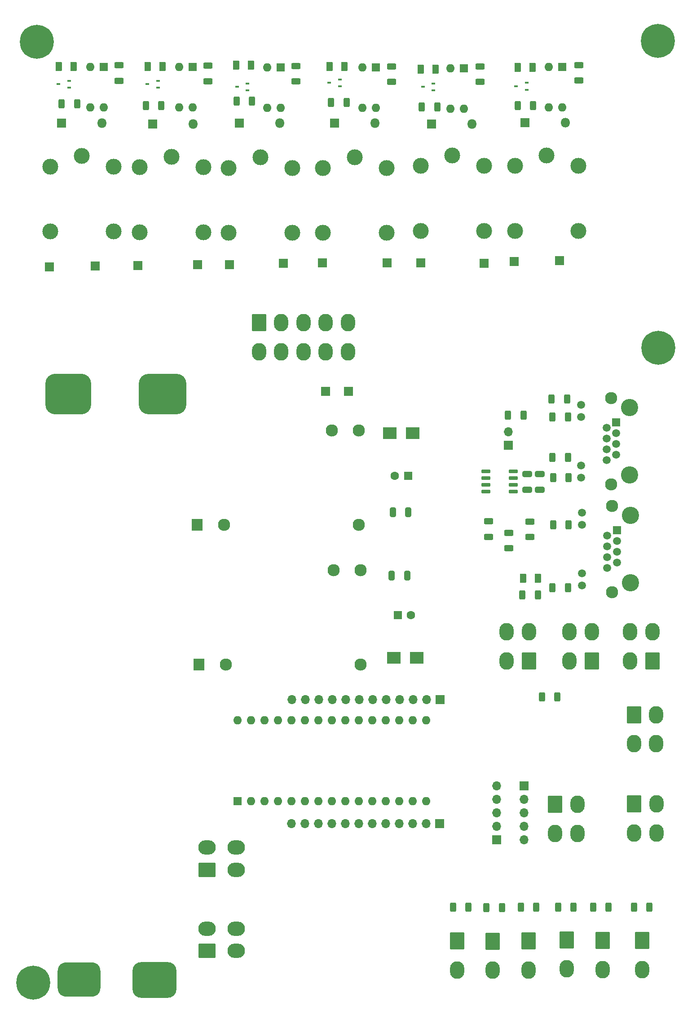
<source format=gts>
%TF.GenerationSoftware,KiCad,Pcbnew,6.0.5-a6ca702e91~116~ubuntu20.04.1*%
%TF.CreationDate,2022-07-08T00:26:13+03:00*%
%TF.ProjectId,kolos_system_2022,6b6f6c6f-735f-4737-9973-74656d5f3230,rev?*%
%TF.SameCoordinates,Original*%
%TF.FileFunction,Soldermask,Top*%
%TF.FilePolarity,Negative*%
%FSLAX46Y46*%
G04 Gerber Fmt 4.6, Leading zero omitted, Abs format (unit mm)*
G04 Created by KiCad (PCBNEW 6.0.5-a6ca702e91~116~ubuntu20.04.1) date 2022-07-08 00:26:13*
%MOMM*%
%LPD*%
G01*
G04 APERTURE LIST*
G04 Aperture macros list*
%AMRoundRect*
0 Rectangle with rounded corners*
0 $1 Rounding radius*
0 $2 $3 $4 $5 $6 $7 $8 $9 X,Y pos of 4 corners*
0 Add a 4 corners polygon primitive as box body*
4,1,4,$2,$3,$4,$5,$6,$7,$8,$9,$2,$3,0*
0 Add four circle primitives for the rounded corners*
1,1,$1+$1,$2,$3*
1,1,$1+$1,$4,$5*
1,1,$1+$1,$6,$7*
1,1,$1+$1,$8,$9*
0 Add four rect primitives between the rounded corners*
20,1,$1+$1,$2,$3,$4,$5,0*
20,1,$1+$1,$4,$5,$6,$7,0*
20,1,$1+$1,$6,$7,$8,$9,0*
20,1,$1+$1,$8,$9,$2,$3,0*%
G04 Aperture macros list end*
%ADD10R,1.700000X1.700000*%
%ADD11O,1.700000X1.700000*%
%ADD12C,3.250000*%
%ADD13R,1.500000X1.500000*%
%ADD14C,1.500000*%
%ADD15C,2.300000*%
%ADD16RoundRect,0.250001X-1.099999X-1.399999X1.099999X-1.399999X1.099999X1.399999X-1.099999X1.399999X0*%
%ADD17O,2.700000X3.300000*%
%ADD18RoundRect,0.250000X0.625000X-0.312500X0.625000X0.312500X-0.625000X0.312500X-0.625000X-0.312500X0*%
%ADD19R,2.500000X2.300000*%
%ADD20R,0.700000X0.450000*%
%ADD21RoundRect,0.250000X-0.375000X-0.625000X0.375000X-0.625000X0.375000X0.625000X-0.375000X0.625000X0*%
%ADD22R,2.000000X2.300000*%
%ADD23RoundRect,0.250000X0.312500X0.625000X-0.312500X0.625000X-0.312500X-0.625000X0.312500X-0.625000X0*%
%ADD24RoundRect,0.250000X0.650000X-0.325000X0.650000X0.325000X-0.650000X0.325000X-0.650000X-0.325000X0*%
%ADD25RoundRect,0.150000X-0.725000X-0.150000X0.725000X-0.150000X0.725000X0.150000X-0.725000X0.150000X0*%
%ADD26R,1.600000X1.600000*%
%ADD27O,1.600000X1.600000*%
%ADD28RoundRect,0.250000X-0.325000X-0.650000X0.325000X-0.650000X0.325000X0.650000X-0.325000X0.650000X0*%
%ADD29RoundRect,0.250001X1.099999X1.399999X-1.099999X1.399999X-1.099999X-1.399999X1.099999X-1.399999X0*%
%ADD30C,6.400000*%
%ADD31RoundRect,0.250000X-0.312500X-0.625000X0.312500X-0.625000X0.312500X0.625000X-0.312500X0.625000X0*%
%ADD32RoundRect,0.250001X1.399999X-1.099999X1.399999X1.099999X-1.399999X1.099999X-1.399999X-1.099999X0*%
%ADD33O,3.300000X2.700000*%
%ADD34R,1.800000X1.800000*%
%ADD35O,1.800000X1.800000*%
%ADD36C,3.000000*%
%ADD37RoundRect,1.619250X2.413000X1.619250X-2.413000X1.619250X-2.413000X-1.619250X2.413000X-1.619250X0*%
%ADD38RoundRect,1.912938X2.420937X1.912937X-2.420937X1.912937X-2.420937X-1.912937X2.420937X-1.912937X0*%
%ADD39RoundRect,1.682750X2.476500X1.682750X-2.476500X1.682750X-2.476500X-1.682750X2.476500X-1.682750X0*%
%ADD40RoundRect,1.905000X2.603500X1.905000X-2.603500X1.905000X-2.603500X-1.905000X2.603500X-1.905000X0*%
%ADD41C,1.600000*%
%ADD42RoundRect,0.250000X-0.625000X0.312500X-0.625000X-0.312500X0.625000X-0.312500X0.625000X0.312500X0*%
G04 APERTURE END LIST*
D10*
%TO.C,Jgnd1*%
X128499000Y-191613000D03*
D11*
X128499000Y-189073000D03*
X128499000Y-186533000D03*
X128499000Y-183993000D03*
X128499000Y-181453000D03*
%TD*%
D12*
%TO.C,J19*%
X153672000Y-143260000D03*
X153672000Y-130560000D03*
D13*
X151132000Y-133350000D03*
D14*
X149352000Y-134366000D03*
X151132000Y-135382000D03*
X149352000Y-136398000D03*
X151132000Y-137414000D03*
X149352000Y-138430000D03*
X151132000Y-139446000D03*
X149352000Y-140462000D03*
X144532000Y-130050000D03*
X144532000Y-132340000D03*
X144532000Y-141480000D03*
X144532000Y-143770000D03*
D15*
X150242000Y-128780000D03*
X150242000Y-145040000D03*
%TD*%
D12*
%TO.C,J18*%
X153543000Y-122940000D03*
X153543000Y-110240000D03*
D13*
X151003000Y-113030000D03*
D14*
X149223000Y-114046000D03*
X151003000Y-115062000D03*
X149223000Y-116078000D03*
X151003000Y-117094000D03*
X149223000Y-118110000D03*
X151003000Y-119126000D03*
X149223000Y-120142000D03*
X144403000Y-109730000D03*
X144403000Y-112020000D03*
X144403000Y-121160000D03*
X144403000Y-123450000D03*
D15*
X150113000Y-108460000D03*
X150113000Y-124720000D03*
%TD*%
D10*
%TO.C,J5v1*%
X133629000Y-181513000D03*
D11*
X133629000Y-184053000D03*
X133629000Y-186593000D03*
X133629000Y-189133000D03*
X133629000Y-191673000D03*
%TD*%
D10*
%TO.C,J2*%
X100584000Y-107188000D03*
%TD*%
%TO.C,J1*%
X96266000Y-107188000D03*
%TD*%
D16*
%TO.C,I2C-3*%
X154364000Y-168073000D03*
D17*
X158564000Y-168073000D03*
X154364000Y-173573000D03*
X158564000Y-173573000D03*
%TD*%
D18*
%TO.C,RR1*%
X144018000Y-48579500D03*
X144018000Y-45654500D03*
%TD*%
D10*
%TO.C,SW1*%
X130683000Y-117348000D03*
D11*
X130683000Y-114808000D03*
%TD*%
D19*
%TO.C,D1*%
X112649000Y-115062000D03*
X108349000Y-115062000D03*
%TD*%
D10*
%TO.C,rel2-NC1*%
X126111000Y-83058000D03*
%TD*%
%TO.C,rel3-NC1*%
X107823000Y-82931000D03*
%TD*%
D20*
%TO.C,Q6*%
X47863000Y-49926000D03*
X47863000Y-48626000D03*
X45863000Y-49276000D03*
%TD*%
D21*
%TO.C,DRR1*%
X132455000Y-46101000D03*
X135255000Y-46101000D03*
%TD*%
D22*
%TO.C,PS2*%
X72390000Y-158607500D03*
D15*
X77470000Y-158607500D03*
X97790000Y-140827500D03*
X102870000Y-140827500D03*
X102870000Y-158607500D03*
%TD*%
D23*
%TO.C,R16*%
X136271000Y-145542000D03*
X133346000Y-145542000D03*
%TD*%
D21*
%TO.C,D7*%
X133477000Y-142367000D03*
X136277000Y-142367000D03*
%TD*%
D10*
%TO.C,Ja2*%
X117856000Y-165227000D03*
D11*
X115316000Y-165227000D03*
X112776000Y-165227000D03*
X110236000Y-165227000D03*
X107696000Y-165227000D03*
X105156000Y-165227000D03*
X102616000Y-165227000D03*
X100076000Y-165227000D03*
X97536000Y-165227000D03*
X94996000Y-165227000D03*
X92456000Y-165227000D03*
X89916000Y-165227000D03*
%TD*%
D18*
%TO.C,RR5*%
X74041000Y-48706500D03*
X74041000Y-45781500D03*
%TD*%
D21*
%TO.C,DRR5*%
X62732000Y-45974000D03*
X65532000Y-45974000D03*
%TD*%
D24*
%TO.C,C5*%
X136652000Y-125681000D03*
X136652000Y-122731000D03*
%TD*%
D25*
%TO.C,UMAX1*%
X126457000Y-122223000D03*
X126457000Y-123493000D03*
X126457000Y-124763000D03*
X126457000Y-126033000D03*
X131607000Y-126033000D03*
X131607000Y-124763000D03*
X131607000Y-123493000D03*
X131607000Y-122223000D03*
%TD*%
D26*
%TO.C,U1*%
X140848000Y-45984000D03*
D27*
X138308000Y-45984000D03*
X138308000Y-53604000D03*
X140848000Y-53604000D03*
%TD*%
D28*
%TO.C,C3*%
X108683000Y-141859000D03*
X111633000Y-141859000D03*
%TD*%
D20*
%TO.C,Q2*%
X116570000Y-50434000D03*
X116570000Y-49134000D03*
X114570000Y-49784000D03*
%TD*%
D16*
%TO.C,AIN_6*%
X155913000Y-210582000D03*
D17*
X155913000Y-216082000D03*
%TD*%
D29*
%TO.C,1WIRE2*%
X146440000Y-157988000D03*
D17*
X142240000Y-157988000D03*
X146440000Y-152488000D03*
X142240000Y-152488000D03*
%TD*%
D21*
%TO.C,DRR3*%
X97022000Y-45974000D03*
X99822000Y-45974000D03*
%TD*%
D30*
%TO.C,H4*%
X158877000Y-41148000D03*
%TD*%
D16*
%TO.C,AIN_3*%
X134493000Y-210709000D03*
D17*
X134493000Y-216209000D03*
%TD*%
D10*
%TO.C,rel1-NC1*%
X140335000Y-82550000D03*
%TD*%
D31*
%TO.C,RAIN3*%
X133030500Y-204359000D03*
X135955500Y-204359000D03*
%TD*%
D10*
%TO.C,rel6-NC1*%
X52832000Y-83566000D03*
%TD*%
D26*
%TO.C,A1*%
X79629000Y-184394000D03*
D27*
X82169000Y-184394000D03*
X84709000Y-184394000D03*
X87249000Y-184394000D03*
X89789000Y-184394000D03*
X92329000Y-184394000D03*
X94869000Y-184394000D03*
X97409000Y-184394000D03*
X99949000Y-184394000D03*
X102489000Y-184394000D03*
X105029000Y-184394000D03*
X107569000Y-184394000D03*
X110109000Y-184394000D03*
X112649000Y-184394000D03*
X115189000Y-184394000D03*
X115189000Y-169154000D03*
X112649000Y-169154000D03*
X110109000Y-169154000D03*
X107569000Y-169154000D03*
X105029000Y-169154000D03*
X102489000Y-169154000D03*
X99949000Y-169154000D03*
X97409000Y-169154000D03*
X94869000Y-169154000D03*
X92329000Y-169154000D03*
X89789000Y-169154000D03*
X87249000Y-169154000D03*
X84709000Y-169154000D03*
X82169000Y-169154000D03*
X79629000Y-169154000D03*
%TD*%
D16*
%TO.C,AIN_1*%
X121031000Y-210709000D03*
D17*
X121031000Y-216209000D03*
%TD*%
D31*
%TO.C,R5*%
X139126500Y-132334000D03*
X142051500Y-132334000D03*
%TD*%
D20*
%TO.C,Q3*%
X98917000Y-49672000D03*
X98917000Y-48372000D03*
X96917000Y-49022000D03*
%TD*%
D23*
%TO.C,R18*%
X141736000Y-108585000D03*
X138811000Y-108585000D03*
%TD*%
D32*
%TO.C,DHT_2*%
X73914000Y-212598000D03*
D33*
X73914000Y-208398000D03*
X79414000Y-212598000D03*
X79414000Y-208398000D03*
%TD*%
D21*
%TO.C,DRR2*%
X114167000Y-46482000D03*
X116967000Y-46482000D03*
%TD*%
D26*
%TO.C,U6*%
X54361000Y-45984000D03*
D27*
X51821000Y-45984000D03*
X51821000Y-53604000D03*
X54361000Y-53604000D03*
%TD*%
D29*
%TO.C,1WIRE1*%
X134570000Y-157988000D03*
D17*
X130370000Y-157988000D03*
X134570000Y-152488000D03*
X130370000Y-152488000D03*
%TD*%
D10*
%TO.C,rel4-NC1*%
X88265000Y-83058000D03*
%TD*%
D31*
%TO.C,R4*%
X139126500Y-123444000D03*
X142051500Y-123444000D03*
%TD*%
D10*
%TO.C,rel2-NO1*%
X114173000Y-82931000D03*
%TD*%
D16*
%TO.C,J29*%
X83666000Y-94195000D03*
D17*
X87866000Y-94195000D03*
X92066000Y-94195000D03*
X96266000Y-94195000D03*
X100466000Y-94195000D03*
X83666000Y-99695000D03*
X87866000Y-99695000D03*
X92066000Y-99695000D03*
X96266000Y-99695000D03*
X100466000Y-99695000D03*
%TD*%
D31*
%TO.C,R17*%
X130617500Y-111633000D03*
X133542500Y-111633000D03*
%TD*%
%TO.C,R3*%
X138999500Y-112014000D03*
X141924500Y-112014000D03*
%TD*%
D16*
%TO.C,AIN_5*%
X148463000Y-210582000D03*
D17*
X148463000Y-216082000D03*
%TD*%
D18*
%TO.C,RR3*%
X108712000Y-48833500D03*
X108712000Y-45908500D03*
%TD*%
D21*
%TO.C,DRR4*%
X79372000Y-45720000D03*
X82172000Y-45720000D03*
%TD*%
D34*
%TO.C,DR1*%
X133858000Y-56515000D03*
D35*
X141478000Y-56515000D03*
%TD*%
D10*
%TO.C,rel5-NC1*%
X60833000Y-83439000D03*
%TD*%
D30*
%TO.C,H1*%
X159004000Y-98933000D03*
%TD*%
D36*
%TO.C,K2*%
X114142000Y-64689000D03*
X120142000Y-62689000D03*
X114142000Y-76889000D03*
X126142000Y-76889000D03*
X126142000Y-64689000D03*
%TD*%
D37*
%TO.C,FL1*%
X49784000Y-218005438D03*
D38*
X47752000Y-107642438D03*
D39*
X64008000Y-218068938D03*
D40*
X65532000Y-107642438D03*
%TD*%
D34*
%TO.C,DR6*%
X46482000Y-56642000D03*
D35*
X54102000Y-56642000D03*
%TD*%
D18*
%TO.C,R7*%
X127000000Y-134558500D03*
X127000000Y-131633500D03*
%TD*%
D26*
%TO.C,U5*%
X71125000Y-45984000D03*
D27*
X68585000Y-45984000D03*
X68585000Y-53604000D03*
X71125000Y-53604000D03*
%TD*%
D22*
%TO.C,PS1*%
X72009000Y-132318500D03*
D15*
X77089000Y-132318500D03*
X97409000Y-114538500D03*
X102489000Y-114538500D03*
X102489000Y-132318500D03*
%TD*%
D28*
%TO.C,C1*%
X108888000Y-129921000D03*
X111838000Y-129921000D03*
%TD*%
D29*
%TO.C,1WIRE3*%
X157870000Y-157988000D03*
D17*
X153670000Y-157988000D03*
X157870000Y-152488000D03*
X153670000Y-152488000D03*
%TD*%
D23*
%TO.C,RRR4*%
X82361500Y-52451000D03*
X79436500Y-52451000D03*
%TD*%
D36*
%TO.C,K4*%
X77947000Y-65070000D03*
X83947000Y-63070000D03*
X77947000Y-77270000D03*
X89947000Y-77270000D03*
X89947000Y-65070000D03*
%TD*%
D26*
%TO.C,C4*%
X109845349Y-149352000D03*
D41*
X112345349Y-149352000D03*
%TD*%
D31*
%TO.C,RAIN2*%
X126553500Y-204395000D03*
X129478500Y-204395000D03*
%TD*%
%TO.C,RAIN1*%
X120265000Y-204343000D03*
X123190000Y-204343000D03*
%TD*%
D23*
%TO.C,RRR6*%
X49403000Y-52959000D03*
X46478000Y-52959000D03*
%TD*%
D26*
%TO.C,U4*%
X87762000Y-46111000D03*
D27*
X85222000Y-46111000D03*
X85222000Y-53731000D03*
X87762000Y-53731000D03*
%TD*%
D16*
%TO.C,AIN_4*%
X141732000Y-210491000D03*
D17*
X141732000Y-215991000D03*
%TD*%
D36*
%TO.C,K1*%
X131922000Y-64689000D03*
X137922000Y-62689000D03*
X131922000Y-76889000D03*
X143922000Y-76889000D03*
X143922000Y-64689000D03*
%TD*%
D10*
%TO.C,rel6-NO1*%
X44196000Y-83693000D03*
%TD*%
D34*
%TO.C,DR4*%
X80010000Y-56642000D03*
D35*
X87630000Y-56642000D03*
%TD*%
D18*
%TO.C,R11*%
X134747000Y-134624000D03*
X134747000Y-131699000D03*
%TD*%
D20*
%TO.C,Q5*%
X64627000Y-49926000D03*
X64627000Y-48626000D03*
X62627000Y-49276000D03*
%TD*%
D31*
%TO.C,R1WIRE1*%
X137029000Y-164719000D03*
X139954000Y-164719000D03*
%TD*%
D10*
%TO.C,rel1-NO1*%
X131826000Y-82677000D03*
%TD*%
D23*
%TO.C,RRR1*%
X135382000Y-53340000D03*
X132457000Y-53340000D03*
%TD*%
%TO.C,R19*%
X141924500Y-119634000D03*
X138999500Y-119634000D03*
%TD*%
D16*
%TO.C,AIN_2*%
X127762000Y-210745000D03*
D17*
X127762000Y-216245000D03*
%TD*%
D23*
%TO.C,RRR3*%
X100203000Y-52705000D03*
X97278000Y-52705000D03*
%TD*%
D19*
%TO.C,D2*%
X109102000Y-157353000D03*
X113402000Y-157353000D03*
%TD*%
D31*
%TO.C,RAIN5*%
X146681000Y-204343000D03*
X149606000Y-204343000D03*
%TD*%
D16*
%TO.C,I2C-2*%
X154423000Y-184912000D03*
D17*
X158623000Y-184912000D03*
X154423000Y-190412000D03*
X158623000Y-190412000D03*
%TD*%
D42*
%TO.C,R12*%
X130810000Y-133792500D03*
X130810000Y-136717500D03*
%TD*%
D30*
%TO.C,H3*%
X41148000Y-218567000D03*
%TD*%
D34*
%TO.C,DR3*%
X97917000Y-56642000D03*
D35*
X105537000Y-56642000D03*
%TD*%
D10*
%TO.C,Ja1*%
X117729000Y-188595000D03*
D11*
X115189000Y-188595000D03*
X112649000Y-188595000D03*
X110109000Y-188595000D03*
X107569000Y-188595000D03*
X105029000Y-188595000D03*
X102489000Y-188595000D03*
X99949000Y-188595000D03*
X97409000Y-188595000D03*
X94869000Y-188595000D03*
X92329000Y-188595000D03*
X89789000Y-188595000D03*
%TD*%
D23*
%TO.C,RRR2*%
X117286500Y-53594000D03*
X114361500Y-53594000D03*
%TD*%
D18*
%TO.C,RR6*%
X57277000Y-48645000D03*
X57277000Y-45720000D03*
%TD*%
D26*
%TO.C,U2*%
X122306000Y-46238000D03*
D27*
X119766000Y-46238000D03*
X119766000Y-53858000D03*
X122306000Y-53858000D03*
%TD*%
D31*
%TO.C,RAIN4*%
X140077000Y-204343000D03*
X143002000Y-204343000D03*
%TD*%
D32*
%TO.C,DHT_1*%
X73839000Y-197299000D03*
D33*
X73839000Y-193099000D03*
X79339000Y-197299000D03*
X79339000Y-193099000D03*
%TD*%
D10*
%TO.C,rel3-NO1*%
X95631000Y-82931000D03*
%TD*%
D34*
%TO.C,DR2*%
X116205000Y-56769000D03*
D35*
X123825000Y-56769000D03*
%TD*%
D31*
%TO.C,RAIN6*%
X154366500Y-204343000D03*
X157291500Y-204343000D03*
%TD*%
D21*
%TO.C,DRR6*%
X45968000Y-45974000D03*
X48768000Y-45974000D03*
%TD*%
D23*
%TO.C,RRR5*%
X65278000Y-53340000D03*
X62353000Y-53340000D03*
%TD*%
D20*
%TO.C,Q1*%
X134157500Y-50307000D03*
X134157500Y-49007000D03*
X132157500Y-49657000D03*
%TD*%
D34*
%TO.C,DR5*%
X63627000Y-56769000D03*
D35*
X71247000Y-56769000D03*
%TD*%
D10*
%TO.C,rel4-NO1*%
X78105000Y-83312000D03*
%TD*%
D26*
%TO.C,U3*%
X105669000Y-46111000D03*
D27*
X103129000Y-46111000D03*
X103129000Y-53731000D03*
X105669000Y-53731000D03*
%TD*%
D10*
%TO.C,rel5-NO1*%
X72136000Y-83312000D03*
%TD*%
D24*
%TO.C,C6*%
X134239000Y-125681000D03*
X134239000Y-122731000D03*
%TD*%
D30*
%TO.C,H2*%
X41783000Y-41275000D03*
%TD*%
D16*
%TO.C,I2C-1*%
X139505000Y-184964000D03*
D17*
X143705000Y-184964000D03*
X139505000Y-190464000D03*
X143705000Y-190464000D03*
%TD*%
D20*
%TO.C,Q4*%
X81518000Y-50434000D03*
X81518000Y-49134000D03*
X79518000Y-49784000D03*
%TD*%
D36*
%TO.C,K5*%
X61183000Y-64943000D03*
X67183000Y-62943000D03*
X61183000Y-77143000D03*
X73183000Y-77143000D03*
X73183000Y-64943000D03*
%TD*%
D18*
%TO.C,RR2*%
X125349000Y-48833500D03*
X125349000Y-45908500D03*
%TD*%
D36*
%TO.C,K6*%
X44292000Y-64816000D03*
X50292000Y-62816000D03*
X44292000Y-77016000D03*
X56292000Y-77016000D03*
X56292000Y-64816000D03*
%TD*%
%TO.C,K3*%
X95727000Y-65070000D03*
X101727000Y-63070000D03*
X95727000Y-77270000D03*
X107727000Y-77270000D03*
X107727000Y-65070000D03*
%TD*%
D26*
%TO.C,C2*%
X111769651Y-123063000D03*
D41*
X109269651Y-123063000D03*
%TD*%
D31*
%TO.C,R6*%
X138999500Y-144145000D03*
X141924500Y-144145000D03*
%TD*%
D18*
%TO.C,RR4*%
X90678000Y-48772000D03*
X90678000Y-45847000D03*
%TD*%
M02*

</source>
